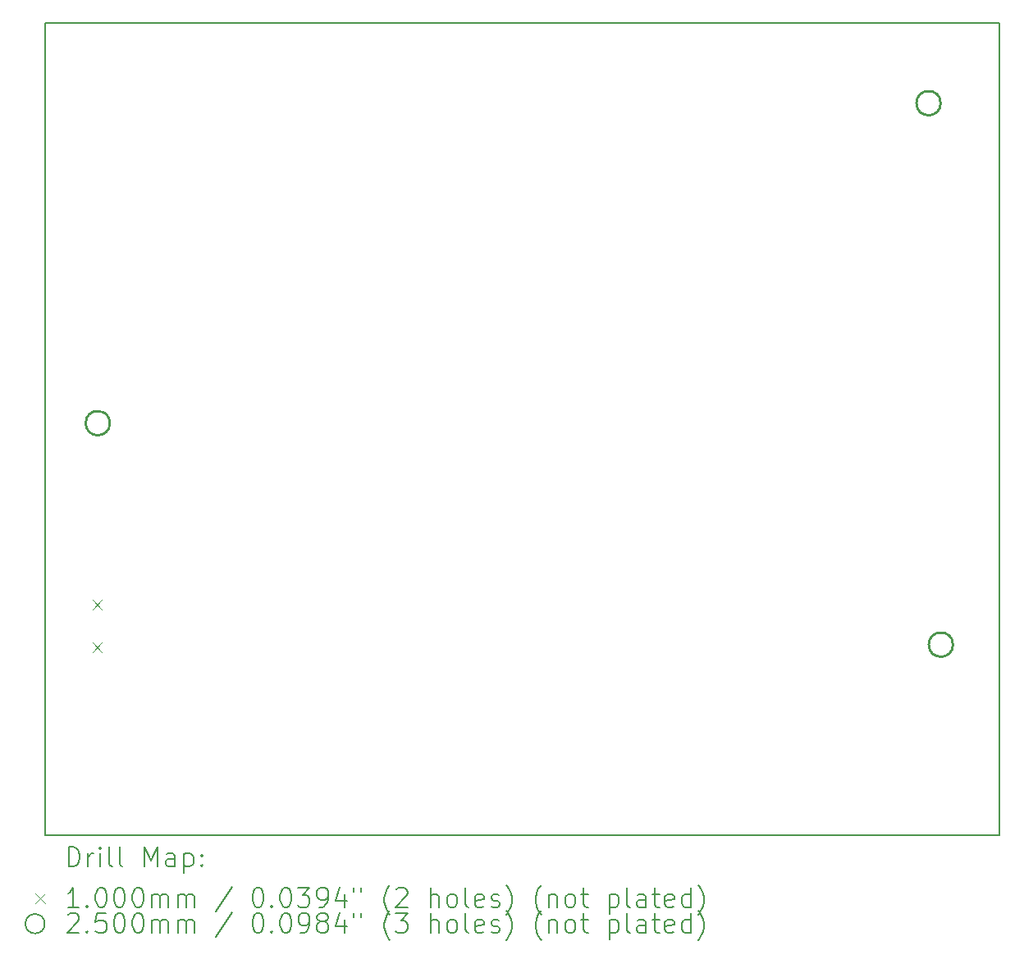
<source format=gbr>
%TF.GenerationSoftware,KiCad,Pcbnew,7.0.1*%
%TF.CreationDate,2023-04-20T16:53:54-06:00*%
%TF.ProjectId,Phase_B_UnoShield,50686173-655f-4425-9f55-6e6f53686965,rev?*%
%TF.SameCoordinates,Original*%
%TF.FileFunction,Drillmap*%
%TF.FilePolarity,Positive*%
%FSLAX45Y45*%
G04 Gerber Fmt 4.5, Leading zero omitted, Abs format (unit mm)*
G04 Created by KiCad (PCBNEW 7.0.1) date 2023-04-20 16:53:54*
%MOMM*%
%LPD*%
G01*
G04 APERTURE LIST*
%ADD10C,0.150000*%
%ADD11C,0.200000*%
%ADD12C,0.100000*%
%ADD13C,0.250000*%
G04 APERTURE END LIST*
D10*
X1809750Y-4191000D02*
X11652250Y-4191000D01*
X11652250Y-12573000D01*
X1809750Y-12573000D01*
X1809750Y-4191000D01*
D11*
D12*
X2293500Y-10143500D02*
X2393500Y-10243500D01*
X2393500Y-10143500D02*
X2293500Y-10243500D01*
X2293500Y-10583500D02*
X2393500Y-10683500D01*
X2393500Y-10583500D02*
X2293500Y-10683500D01*
D13*
X2474500Y-8318500D02*
G75*
G03*
X2474500Y-8318500I-125000J0D01*
G01*
X11047000Y-5016500D02*
G75*
G03*
X11047000Y-5016500I-125000J0D01*
G01*
X11174000Y-10604500D02*
G75*
G03*
X11174000Y-10604500I-125000J0D01*
G01*
D11*
X2049869Y-12893024D02*
X2049869Y-12693024D01*
X2049869Y-12693024D02*
X2097488Y-12693024D01*
X2097488Y-12693024D02*
X2126060Y-12702548D01*
X2126060Y-12702548D02*
X2145107Y-12721595D01*
X2145107Y-12721595D02*
X2154631Y-12740643D01*
X2154631Y-12740643D02*
X2164155Y-12778738D01*
X2164155Y-12778738D02*
X2164155Y-12807309D01*
X2164155Y-12807309D02*
X2154631Y-12845405D01*
X2154631Y-12845405D02*
X2145107Y-12864452D01*
X2145107Y-12864452D02*
X2126060Y-12883500D01*
X2126060Y-12883500D02*
X2097488Y-12893024D01*
X2097488Y-12893024D02*
X2049869Y-12893024D01*
X2249869Y-12893024D02*
X2249869Y-12759690D01*
X2249869Y-12797786D02*
X2259393Y-12778738D01*
X2259393Y-12778738D02*
X2268917Y-12769214D01*
X2268917Y-12769214D02*
X2287964Y-12759690D01*
X2287964Y-12759690D02*
X2307012Y-12759690D01*
X2373679Y-12893024D02*
X2373679Y-12759690D01*
X2373679Y-12693024D02*
X2364155Y-12702548D01*
X2364155Y-12702548D02*
X2373679Y-12712071D01*
X2373679Y-12712071D02*
X2383202Y-12702548D01*
X2383202Y-12702548D02*
X2373679Y-12693024D01*
X2373679Y-12693024D02*
X2373679Y-12712071D01*
X2497488Y-12893024D02*
X2478440Y-12883500D01*
X2478440Y-12883500D02*
X2468917Y-12864452D01*
X2468917Y-12864452D02*
X2468917Y-12693024D01*
X2602250Y-12893024D02*
X2583202Y-12883500D01*
X2583202Y-12883500D02*
X2573679Y-12864452D01*
X2573679Y-12864452D02*
X2573679Y-12693024D01*
X2830821Y-12893024D02*
X2830821Y-12693024D01*
X2830821Y-12693024D02*
X2897488Y-12835881D01*
X2897488Y-12835881D02*
X2964155Y-12693024D01*
X2964155Y-12693024D02*
X2964155Y-12893024D01*
X3145107Y-12893024D02*
X3145107Y-12788262D01*
X3145107Y-12788262D02*
X3135583Y-12769214D01*
X3135583Y-12769214D02*
X3116536Y-12759690D01*
X3116536Y-12759690D02*
X3078440Y-12759690D01*
X3078440Y-12759690D02*
X3059393Y-12769214D01*
X3145107Y-12883500D02*
X3126059Y-12893024D01*
X3126059Y-12893024D02*
X3078440Y-12893024D01*
X3078440Y-12893024D02*
X3059393Y-12883500D01*
X3059393Y-12883500D02*
X3049869Y-12864452D01*
X3049869Y-12864452D02*
X3049869Y-12845405D01*
X3049869Y-12845405D02*
X3059393Y-12826357D01*
X3059393Y-12826357D02*
X3078440Y-12816833D01*
X3078440Y-12816833D02*
X3126059Y-12816833D01*
X3126059Y-12816833D02*
X3145107Y-12807309D01*
X3240345Y-12759690D02*
X3240345Y-12959690D01*
X3240345Y-12769214D02*
X3259393Y-12759690D01*
X3259393Y-12759690D02*
X3297488Y-12759690D01*
X3297488Y-12759690D02*
X3316536Y-12769214D01*
X3316536Y-12769214D02*
X3326059Y-12778738D01*
X3326059Y-12778738D02*
X3335583Y-12797786D01*
X3335583Y-12797786D02*
X3335583Y-12854928D01*
X3335583Y-12854928D02*
X3326059Y-12873976D01*
X3326059Y-12873976D02*
X3316536Y-12883500D01*
X3316536Y-12883500D02*
X3297488Y-12893024D01*
X3297488Y-12893024D02*
X3259393Y-12893024D01*
X3259393Y-12893024D02*
X3240345Y-12883500D01*
X3421298Y-12873976D02*
X3430821Y-12883500D01*
X3430821Y-12883500D02*
X3421298Y-12893024D01*
X3421298Y-12893024D02*
X3411774Y-12883500D01*
X3411774Y-12883500D02*
X3421298Y-12873976D01*
X3421298Y-12873976D02*
X3421298Y-12893024D01*
X3421298Y-12769214D02*
X3430821Y-12778738D01*
X3430821Y-12778738D02*
X3421298Y-12788262D01*
X3421298Y-12788262D02*
X3411774Y-12778738D01*
X3411774Y-12778738D02*
X3421298Y-12769214D01*
X3421298Y-12769214D02*
X3421298Y-12788262D01*
D12*
X1702250Y-13170500D02*
X1802250Y-13270500D01*
X1802250Y-13170500D02*
X1702250Y-13270500D01*
D11*
X2154631Y-13313024D02*
X2040345Y-13313024D01*
X2097488Y-13313024D02*
X2097488Y-13113024D01*
X2097488Y-13113024D02*
X2078440Y-13141595D01*
X2078440Y-13141595D02*
X2059393Y-13160643D01*
X2059393Y-13160643D02*
X2040345Y-13170167D01*
X2240345Y-13293976D02*
X2249869Y-13303500D01*
X2249869Y-13303500D02*
X2240345Y-13313024D01*
X2240345Y-13313024D02*
X2230821Y-13303500D01*
X2230821Y-13303500D02*
X2240345Y-13293976D01*
X2240345Y-13293976D02*
X2240345Y-13313024D01*
X2373679Y-13113024D02*
X2392726Y-13113024D01*
X2392726Y-13113024D02*
X2411774Y-13122548D01*
X2411774Y-13122548D02*
X2421298Y-13132071D01*
X2421298Y-13132071D02*
X2430821Y-13151119D01*
X2430821Y-13151119D02*
X2440345Y-13189214D01*
X2440345Y-13189214D02*
X2440345Y-13236833D01*
X2440345Y-13236833D02*
X2430821Y-13274928D01*
X2430821Y-13274928D02*
X2421298Y-13293976D01*
X2421298Y-13293976D02*
X2411774Y-13303500D01*
X2411774Y-13303500D02*
X2392726Y-13313024D01*
X2392726Y-13313024D02*
X2373679Y-13313024D01*
X2373679Y-13313024D02*
X2354631Y-13303500D01*
X2354631Y-13303500D02*
X2345107Y-13293976D01*
X2345107Y-13293976D02*
X2335583Y-13274928D01*
X2335583Y-13274928D02*
X2326060Y-13236833D01*
X2326060Y-13236833D02*
X2326060Y-13189214D01*
X2326060Y-13189214D02*
X2335583Y-13151119D01*
X2335583Y-13151119D02*
X2345107Y-13132071D01*
X2345107Y-13132071D02*
X2354631Y-13122548D01*
X2354631Y-13122548D02*
X2373679Y-13113024D01*
X2564155Y-13113024D02*
X2583202Y-13113024D01*
X2583202Y-13113024D02*
X2602250Y-13122548D01*
X2602250Y-13122548D02*
X2611774Y-13132071D01*
X2611774Y-13132071D02*
X2621298Y-13151119D01*
X2621298Y-13151119D02*
X2630821Y-13189214D01*
X2630821Y-13189214D02*
X2630821Y-13236833D01*
X2630821Y-13236833D02*
X2621298Y-13274928D01*
X2621298Y-13274928D02*
X2611774Y-13293976D01*
X2611774Y-13293976D02*
X2602250Y-13303500D01*
X2602250Y-13303500D02*
X2583202Y-13313024D01*
X2583202Y-13313024D02*
X2564155Y-13313024D01*
X2564155Y-13313024D02*
X2545107Y-13303500D01*
X2545107Y-13303500D02*
X2535583Y-13293976D01*
X2535583Y-13293976D02*
X2526060Y-13274928D01*
X2526060Y-13274928D02*
X2516536Y-13236833D01*
X2516536Y-13236833D02*
X2516536Y-13189214D01*
X2516536Y-13189214D02*
X2526060Y-13151119D01*
X2526060Y-13151119D02*
X2535583Y-13132071D01*
X2535583Y-13132071D02*
X2545107Y-13122548D01*
X2545107Y-13122548D02*
X2564155Y-13113024D01*
X2754631Y-13113024D02*
X2773679Y-13113024D01*
X2773679Y-13113024D02*
X2792726Y-13122548D01*
X2792726Y-13122548D02*
X2802250Y-13132071D01*
X2802250Y-13132071D02*
X2811774Y-13151119D01*
X2811774Y-13151119D02*
X2821298Y-13189214D01*
X2821298Y-13189214D02*
X2821298Y-13236833D01*
X2821298Y-13236833D02*
X2811774Y-13274928D01*
X2811774Y-13274928D02*
X2802250Y-13293976D01*
X2802250Y-13293976D02*
X2792726Y-13303500D01*
X2792726Y-13303500D02*
X2773679Y-13313024D01*
X2773679Y-13313024D02*
X2754631Y-13313024D01*
X2754631Y-13313024D02*
X2735583Y-13303500D01*
X2735583Y-13303500D02*
X2726060Y-13293976D01*
X2726060Y-13293976D02*
X2716536Y-13274928D01*
X2716536Y-13274928D02*
X2707012Y-13236833D01*
X2707012Y-13236833D02*
X2707012Y-13189214D01*
X2707012Y-13189214D02*
X2716536Y-13151119D01*
X2716536Y-13151119D02*
X2726060Y-13132071D01*
X2726060Y-13132071D02*
X2735583Y-13122548D01*
X2735583Y-13122548D02*
X2754631Y-13113024D01*
X2907012Y-13313024D02*
X2907012Y-13179690D01*
X2907012Y-13198738D02*
X2916536Y-13189214D01*
X2916536Y-13189214D02*
X2935583Y-13179690D01*
X2935583Y-13179690D02*
X2964155Y-13179690D01*
X2964155Y-13179690D02*
X2983202Y-13189214D01*
X2983202Y-13189214D02*
X2992726Y-13208262D01*
X2992726Y-13208262D02*
X2992726Y-13313024D01*
X2992726Y-13208262D02*
X3002250Y-13189214D01*
X3002250Y-13189214D02*
X3021298Y-13179690D01*
X3021298Y-13179690D02*
X3049869Y-13179690D01*
X3049869Y-13179690D02*
X3068917Y-13189214D01*
X3068917Y-13189214D02*
X3078440Y-13208262D01*
X3078440Y-13208262D02*
X3078440Y-13313024D01*
X3173679Y-13313024D02*
X3173679Y-13179690D01*
X3173679Y-13198738D02*
X3183202Y-13189214D01*
X3183202Y-13189214D02*
X3202250Y-13179690D01*
X3202250Y-13179690D02*
X3230821Y-13179690D01*
X3230821Y-13179690D02*
X3249869Y-13189214D01*
X3249869Y-13189214D02*
X3259393Y-13208262D01*
X3259393Y-13208262D02*
X3259393Y-13313024D01*
X3259393Y-13208262D02*
X3268917Y-13189214D01*
X3268917Y-13189214D02*
X3287964Y-13179690D01*
X3287964Y-13179690D02*
X3316536Y-13179690D01*
X3316536Y-13179690D02*
X3335583Y-13189214D01*
X3335583Y-13189214D02*
X3345107Y-13208262D01*
X3345107Y-13208262D02*
X3345107Y-13313024D01*
X3735583Y-13103500D02*
X3564155Y-13360643D01*
X3992726Y-13113024D02*
X4011774Y-13113024D01*
X4011774Y-13113024D02*
X4030822Y-13122548D01*
X4030822Y-13122548D02*
X4040345Y-13132071D01*
X4040345Y-13132071D02*
X4049869Y-13151119D01*
X4049869Y-13151119D02*
X4059393Y-13189214D01*
X4059393Y-13189214D02*
X4059393Y-13236833D01*
X4059393Y-13236833D02*
X4049869Y-13274928D01*
X4049869Y-13274928D02*
X4040345Y-13293976D01*
X4040345Y-13293976D02*
X4030822Y-13303500D01*
X4030822Y-13303500D02*
X4011774Y-13313024D01*
X4011774Y-13313024D02*
X3992726Y-13313024D01*
X3992726Y-13313024D02*
X3973679Y-13303500D01*
X3973679Y-13303500D02*
X3964155Y-13293976D01*
X3964155Y-13293976D02*
X3954631Y-13274928D01*
X3954631Y-13274928D02*
X3945107Y-13236833D01*
X3945107Y-13236833D02*
X3945107Y-13189214D01*
X3945107Y-13189214D02*
X3954631Y-13151119D01*
X3954631Y-13151119D02*
X3964155Y-13132071D01*
X3964155Y-13132071D02*
X3973679Y-13122548D01*
X3973679Y-13122548D02*
X3992726Y-13113024D01*
X4145107Y-13293976D02*
X4154631Y-13303500D01*
X4154631Y-13303500D02*
X4145107Y-13313024D01*
X4145107Y-13313024D02*
X4135583Y-13303500D01*
X4135583Y-13303500D02*
X4145107Y-13293976D01*
X4145107Y-13293976D02*
X4145107Y-13313024D01*
X4278441Y-13113024D02*
X4297488Y-13113024D01*
X4297488Y-13113024D02*
X4316536Y-13122548D01*
X4316536Y-13122548D02*
X4326060Y-13132071D01*
X4326060Y-13132071D02*
X4335584Y-13151119D01*
X4335584Y-13151119D02*
X4345107Y-13189214D01*
X4345107Y-13189214D02*
X4345107Y-13236833D01*
X4345107Y-13236833D02*
X4335584Y-13274928D01*
X4335584Y-13274928D02*
X4326060Y-13293976D01*
X4326060Y-13293976D02*
X4316536Y-13303500D01*
X4316536Y-13303500D02*
X4297488Y-13313024D01*
X4297488Y-13313024D02*
X4278441Y-13313024D01*
X4278441Y-13313024D02*
X4259393Y-13303500D01*
X4259393Y-13303500D02*
X4249869Y-13293976D01*
X4249869Y-13293976D02*
X4240345Y-13274928D01*
X4240345Y-13274928D02*
X4230822Y-13236833D01*
X4230822Y-13236833D02*
X4230822Y-13189214D01*
X4230822Y-13189214D02*
X4240345Y-13151119D01*
X4240345Y-13151119D02*
X4249869Y-13132071D01*
X4249869Y-13132071D02*
X4259393Y-13122548D01*
X4259393Y-13122548D02*
X4278441Y-13113024D01*
X4411774Y-13113024D02*
X4535584Y-13113024D01*
X4535584Y-13113024D02*
X4468917Y-13189214D01*
X4468917Y-13189214D02*
X4497488Y-13189214D01*
X4497488Y-13189214D02*
X4516536Y-13198738D01*
X4516536Y-13198738D02*
X4526060Y-13208262D01*
X4526060Y-13208262D02*
X4535584Y-13227309D01*
X4535584Y-13227309D02*
X4535584Y-13274928D01*
X4535584Y-13274928D02*
X4526060Y-13293976D01*
X4526060Y-13293976D02*
X4516536Y-13303500D01*
X4516536Y-13303500D02*
X4497488Y-13313024D01*
X4497488Y-13313024D02*
X4440345Y-13313024D01*
X4440345Y-13313024D02*
X4421298Y-13303500D01*
X4421298Y-13303500D02*
X4411774Y-13293976D01*
X4630822Y-13313024D02*
X4668917Y-13313024D01*
X4668917Y-13313024D02*
X4687965Y-13303500D01*
X4687965Y-13303500D02*
X4697488Y-13293976D01*
X4697488Y-13293976D02*
X4716536Y-13265405D01*
X4716536Y-13265405D02*
X4726060Y-13227309D01*
X4726060Y-13227309D02*
X4726060Y-13151119D01*
X4726060Y-13151119D02*
X4716536Y-13132071D01*
X4716536Y-13132071D02*
X4707012Y-13122548D01*
X4707012Y-13122548D02*
X4687965Y-13113024D01*
X4687965Y-13113024D02*
X4649869Y-13113024D01*
X4649869Y-13113024D02*
X4630822Y-13122548D01*
X4630822Y-13122548D02*
X4621298Y-13132071D01*
X4621298Y-13132071D02*
X4611774Y-13151119D01*
X4611774Y-13151119D02*
X4611774Y-13198738D01*
X4611774Y-13198738D02*
X4621298Y-13217786D01*
X4621298Y-13217786D02*
X4630822Y-13227309D01*
X4630822Y-13227309D02*
X4649869Y-13236833D01*
X4649869Y-13236833D02*
X4687965Y-13236833D01*
X4687965Y-13236833D02*
X4707012Y-13227309D01*
X4707012Y-13227309D02*
X4716536Y-13217786D01*
X4716536Y-13217786D02*
X4726060Y-13198738D01*
X4897488Y-13179690D02*
X4897488Y-13313024D01*
X4849869Y-13103500D02*
X4802250Y-13246357D01*
X4802250Y-13246357D02*
X4926060Y-13246357D01*
X4992726Y-13113024D02*
X4992726Y-13151119D01*
X5068917Y-13113024D02*
X5068917Y-13151119D01*
X5364155Y-13389214D02*
X5354631Y-13379690D01*
X5354631Y-13379690D02*
X5335584Y-13351119D01*
X5335584Y-13351119D02*
X5326060Y-13332071D01*
X5326060Y-13332071D02*
X5316536Y-13303500D01*
X5316536Y-13303500D02*
X5307012Y-13255881D01*
X5307012Y-13255881D02*
X5307012Y-13217786D01*
X5307012Y-13217786D02*
X5316536Y-13170167D01*
X5316536Y-13170167D02*
X5326060Y-13141595D01*
X5326060Y-13141595D02*
X5335584Y-13122548D01*
X5335584Y-13122548D02*
X5354631Y-13093976D01*
X5354631Y-13093976D02*
X5364155Y-13084452D01*
X5430822Y-13132071D02*
X5440346Y-13122548D01*
X5440346Y-13122548D02*
X5459393Y-13113024D01*
X5459393Y-13113024D02*
X5507012Y-13113024D01*
X5507012Y-13113024D02*
X5526060Y-13122548D01*
X5526060Y-13122548D02*
X5535584Y-13132071D01*
X5535584Y-13132071D02*
X5545107Y-13151119D01*
X5545107Y-13151119D02*
X5545107Y-13170167D01*
X5545107Y-13170167D02*
X5535584Y-13198738D01*
X5535584Y-13198738D02*
X5421298Y-13313024D01*
X5421298Y-13313024D02*
X5545107Y-13313024D01*
X5783203Y-13313024D02*
X5783203Y-13113024D01*
X5868917Y-13313024D02*
X5868917Y-13208262D01*
X5868917Y-13208262D02*
X5859393Y-13189214D01*
X5859393Y-13189214D02*
X5840346Y-13179690D01*
X5840346Y-13179690D02*
X5811774Y-13179690D01*
X5811774Y-13179690D02*
X5792726Y-13189214D01*
X5792726Y-13189214D02*
X5783203Y-13198738D01*
X5992726Y-13313024D02*
X5973679Y-13303500D01*
X5973679Y-13303500D02*
X5964155Y-13293976D01*
X5964155Y-13293976D02*
X5954631Y-13274928D01*
X5954631Y-13274928D02*
X5954631Y-13217786D01*
X5954631Y-13217786D02*
X5964155Y-13198738D01*
X5964155Y-13198738D02*
X5973679Y-13189214D01*
X5973679Y-13189214D02*
X5992726Y-13179690D01*
X5992726Y-13179690D02*
X6021298Y-13179690D01*
X6021298Y-13179690D02*
X6040346Y-13189214D01*
X6040346Y-13189214D02*
X6049869Y-13198738D01*
X6049869Y-13198738D02*
X6059393Y-13217786D01*
X6059393Y-13217786D02*
X6059393Y-13274928D01*
X6059393Y-13274928D02*
X6049869Y-13293976D01*
X6049869Y-13293976D02*
X6040346Y-13303500D01*
X6040346Y-13303500D02*
X6021298Y-13313024D01*
X6021298Y-13313024D02*
X5992726Y-13313024D01*
X6173679Y-13313024D02*
X6154631Y-13303500D01*
X6154631Y-13303500D02*
X6145107Y-13284452D01*
X6145107Y-13284452D02*
X6145107Y-13113024D01*
X6326060Y-13303500D02*
X6307012Y-13313024D01*
X6307012Y-13313024D02*
X6268917Y-13313024D01*
X6268917Y-13313024D02*
X6249869Y-13303500D01*
X6249869Y-13303500D02*
X6240346Y-13284452D01*
X6240346Y-13284452D02*
X6240346Y-13208262D01*
X6240346Y-13208262D02*
X6249869Y-13189214D01*
X6249869Y-13189214D02*
X6268917Y-13179690D01*
X6268917Y-13179690D02*
X6307012Y-13179690D01*
X6307012Y-13179690D02*
X6326060Y-13189214D01*
X6326060Y-13189214D02*
X6335584Y-13208262D01*
X6335584Y-13208262D02*
X6335584Y-13227309D01*
X6335584Y-13227309D02*
X6240346Y-13246357D01*
X6411774Y-13303500D02*
X6430822Y-13313024D01*
X6430822Y-13313024D02*
X6468917Y-13313024D01*
X6468917Y-13313024D02*
X6487965Y-13303500D01*
X6487965Y-13303500D02*
X6497488Y-13284452D01*
X6497488Y-13284452D02*
X6497488Y-13274928D01*
X6497488Y-13274928D02*
X6487965Y-13255881D01*
X6487965Y-13255881D02*
X6468917Y-13246357D01*
X6468917Y-13246357D02*
X6440346Y-13246357D01*
X6440346Y-13246357D02*
X6421298Y-13236833D01*
X6421298Y-13236833D02*
X6411774Y-13217786D01*
X6411774Y-13217786D02*
X6411774Y-13208262D01*
X6411774Y-13208262D02*
X6421298Y-13189214D01*
X6421298Y-13189214D02*
X6440346Y-13179690D01*
X6440346Y-13179690D02*
X6468917Y-13179690D01*
X6468917Y-13179690D02*
X6487965Y-13189214D01*
X6564155Y-13389214D02*
X6573679Y-13379690D01*
X6573679Y-13379690D02*
X6592727Y-13351119D01*
X6592727Y-13351119D02*
X6602250Y-13332071D01*
X6602250Y-13332071D02*
X6611774Y-13303500D01*
X6611774Y-13303500D02*
X6621298Y-13255881D01*
X6621298Y-13255881D02*
X6621298Y-13217786D01*
X6621298Y-13217786D02*
X6611774Y-13170167D01*
X6611774Y-13170167D02*
X6602250Y-13141595D01*
X6602250Y-13141595D02*
X6592727Y-13122548D01*
X6592727Y-13122548D02*
X6573679Y-13093976D01*
X6573679Y-13093976D02*
X6564155Y-13084452D01*
X6926060Y-13389214D02*
X6916536Y-13379690D01*
X6916536Y-13379690D02*
X6897488Y-13351119D01*
X6897488Y-13351119D02*
X6887965Y-13332071D01*
X6887965Y-13332071D02*
X6878441Y-13303500D01*
X6878441Y-13303500D02*
X6868917Y-13255881D01*
X6868917Y-13255881D02*
X6868917Y-13217786D01*
X6868917Y-13217786D02*
X6878441Y-13170167D01*
X6878441Y-13170167D02*
X6887965Y-13141595D01*
X6887965Y-13141595D02*
X6897488Y-13122548D01*
X6897488Y-13122548D02*
X6916536Y-13093976D01*
X6916536Y-13093976D02*
X6926060Y-13084452D01*
X7002250Y-13179690D02*
X7002250Y-13313024D01*
X7002250Y-13198738D02*
X7011774Y-13189214D01*
X7011774Y-13189214D02*
X7030822Y-13179690D01*
X7030822Y-13179690D02*
X7059393Y-13179690D01*
X7059393Y-13179690D02*
X7078441Y-13189214D01*
X7078441Y-13189214D02*
X7087965Y-13208262D01*
X7087965Y-13208262D02*
X7087965Y-13313024D01*
X7211774Y-13313024D02*
X7192727Y-13303500D01*
X7192727Y-13303500D02*
X7183203Y-13293976D01*
X7183203Y-13293976D02*
X7173679Y-13274928D01*
X7173679Y-13274928D02*
X7173679Y-13217786D01*
X7173679Y-13217786D02*
X7183203Y-13198738D01*
X7183203Y-13198738D02*
X7192727Y-13189214D01*
X7192727Y-13189214D02*
X7211774Y-13179690D01*
X7211774Y-13179690D02*
X7240346Y-13179690D01*
X7240346Y-13179690D02*
X7259393Y-13189214D01*
X7259393Y-13189214D02*
X7268917Y-13198738D01*
X7268917Y-13198738D02*
X7278441Y-13217786D01*
X7278441Y-13217786D02*
X7278441Y-13274928D01*
X7278441Y-13274928D02*
X7268917Y-13293976D01*
X7268917Y-13293976D02*
X7259393Y-13303500D01*
X7259393Y-13303500D02*
X7240346Y-13313024D01*
X7240346Y-13313024D02*
X7211774Y-13313024D01*
X7335584Y-13179690D02*
X7411774Y-13179690D01*
X7364155Y-13113024D02*
X7364155Y-13284452D01*
X7364155Y-13284452D02*
X7373679Y-13303500D01*
X7373679Y-13303500D02*
X7392727Y-13313024D01*
X7392727Y-13313024D02*
X7411774Y-13313024D01*
X7630822Y-13179690D02*
X7630822Y-13379690D01*
X7630822Y-13189214D02*
X7649869Y-13179690D01*
X7649869Y-13179690D02*
X7687965Y-13179690D01*
X7687965Y-13179690D02*
X7707012Y-13189214D01*
X7707012Y-13189214D02*
X7716536Y-13198738D01*
X7716536Y-13198738D02*
X7726060Y-13217786D01*
X7726060Y-13217786D02*
X7726060Y-13274928D01*
X7726060Y-13274928D02*
X7716536Y-13293976D01*
X7716536Y-13293976D02*
X7707012Y-13303500D01*
X7707012Y-13303500D02*
X7687965Y-13313024D01*
X7687965Y-13313024D02*
X7649869Y-13313024D01*
X7649869Y-13313024D02*
X7630822Y-13303500D01*
X7840346Y-13313024D02*
X7821298Y-13303500D01*
X7821298Y-13303500D02*
X7811774Y-13284452D01*
X7811774Y-13284452D02*
X7811774Y-13113024D01*
X8002250Y-13313024D02*
X8002250Y-13208262D01*
X8002250Y-13208262D02*
X7992727Y-13189214D01*
X7992727Y-13189214D02*
X7973679Y-13179690D01*
X7973679Y-13179690D02*
X7935584Y-13179690D01*
X7935584Y-13179690D02*
X7916536Y-13189214D01*
X8002250Y-13303500D02*
X7983203Y-13313024D01*
X7983203Y-13313024D02*
X7935584Y-13313024D01*
X7935584Y-13313024D02*
X7916536Y-13303500D01*
X7916536Y-13303500D02*
X7907012Y-13284452D01*
X7907012Y-13284452D02*
X7907012Y-13265405D01*
X7907012Y-13265405D02*
X7916536Y-13246357D01*
X7916536Y-13246357D02*
X7935584Y-13236833D01*
X7935584Y-13236833D02*
X7983203Y-13236833D01*
X7983203Y-13236833D02*
X8002250Y-13227309D01*
X8068917Y-13179690D02*
X8145108Y-13179690D01*
X8097489Y-13113024D02*
X8097489Y-13284452D01*
X8097489Y-13284452D02*
X8107012Y-13303500D01*
X8107012Y-13303500D02*
X8126060Y-13313024D01*
X8126060Y-13313024D02*
X8145108Y-13313024D01*
X8287965Y-13303500D02*
X8268917Y-13313024D01*
X8268917Y-13313024D02*
X8230822Y-13313024D01*
X8230822Y-13313024D02*
X8211774Y-13303500D01*
X8211774Y-13303500D02*
X8202250Y-13284452D01*
X8202250Y-13284452D02*
X8202250Y-13208262D01*
X8202250Y-13208262D02*
X8211774Y-13189214D01*
X8211774Y-13189214D02*
X8230822Y-13179690D01*
X8230822Y-13179690D02*
X8268917Y-13179690D01*
X8268917Y-13179690D02*
X8287965Y-13189214D01*
X8287965Y-13189214D02*
X8297489Y-13208262D01*
X8297489Y-13208262D02*
X8297489Y-13227309D01*
X8297489Y-13227309D02*
X8202250Y-13246357D01*
X8468917Y-13313024D02*
X8468917Y-13113024D01*
X8468917Y-13303500D02*
X8449870Y-13313024D01*
X8449870Y-13313024D02*
X8411774Y-13313024D01*
X8411774Y-13313024D02*
X8392727Y-13303500D01*
X8392727Y-13303500D02*
X8383203Y-13293976D01*
X8383203Y-13293976D02*
X8373679Y-13274928D01*
X8373679Y-13274928D02*
X8373679Y-13217786D01*
X8373679Y-13217786D02*
X8383203Y-13198738D01*
X8383203Y-13198738D02*
X8392727Y-13189214D01*
X8392727Y-13189214D02*
X8411774Y-13179690D01*
X8411774Y-13179690D02*
X8449870Y-13179690D01*
X8449870Y-13179690D02*
X8468917Y-13189214D01*
X8545108Y-13389214D02*
X8554632Y-13379690D01*
X8554632Y-13379690D02*
X8573679Y-13351119D01*
X8573679Y-13351119D02*
X8583203Y-13332071D01*
X8583203Y-13332071D02*
X8592727Y-13303500D01*
X8592727Y-13303500D02*
X8602251Y-13255881D01*
X8602251Y-13255881D02*
X8602251Y-13217786D01*
X8602251Y-13217786D02*
X8592727Y-13170167D01*
X8592727Y-13170167D02*
X8583203Y-13141595D01*
X8583203Y-13141595D02*
X8573679Y-13122548D01*
X8573679Y-13122548D02*
X8554632Y-13093976D01*
X8554632Y-13093976D02*
X8545108Y-13084452D01*
X1802250Y-13484500D02*
G75*
G03*
X1802250Y-13484500I-100000J0D01*
G01*
X2040345Y-13396071D02*
X2049869Y-13386548D01*
X2049869Y-13386548D02*
X2068917Y-13377024D01*
X2068917Y-13377024D02*
X2116536Y-13377024D01*
X2116536Y-13377024D02*
X2135583Y-13386548D01*
X2135583Y-13386548D02*
X2145107Y-13396071D01*
X2145107Y-13396071D02*
X2154631Y-13415119D01*
X2154631Y-13415119D02*
X2154631Y-13434167D01*
X2154631Y-13434167D02*
X2145107Y-13462738D01*
X2145107Y-13462738D02*
X2030821Y-13577024D01*
X2030821Y-13577024D02*
X2154631Y-13577024D01*
X2240345Y-13557976D02*
X2249869Y-13567500D01*
X2249869Y-13567500D02*
X2240345Y-13577024D01*
X2240345Y-13577024D02*
X2230821Y-13567500D01*
X2230821Y-13567500D02*
X2240345Y-13557976D01*
X2240345Y-13557976D02*
X2240345Y-13577024D01*
X2430821Y-13377024D02*
X2335583Y-13377024D01*
X2335583Y-13377024D02*
X2326060Y-13472262D01*
X2326060Y-13472262D02*
X2335583Y-13462738D01*
X2335583Y-13462738D02*
X2354631Y-13453214D01*
X2354631Y-13453214D02*
X2402250Y-13453214D01*
X2402250Y-13453214D02*
X2421298Y-13462738D01*
X2421298Y-13462738D02*
X2430821Y-13472262D01*
X2430821Y-13472262D02*
X2440345Y-13491309D01*
X2440345Y-13491309D02*
X2440345Y-13538928D01*
X2440345Y-13538928D02*
X2430821Y-13557976D01*
X2430821Y-13557976D02*
X2421298Y-13567500D01*
X2421298Y-13567500D02*
X2402250Y-13577024D01*
X2402250Y-13577024D02*
X2354631Y-13577024D01*
X2354631Y-13577024D02*
X2335583Y-13567500D01*
X2335583Y-13567500D02*
X2326060Y-13557976D01*
X2564155Y-13377024D02*
X2583202Y-13377024D01*
X2583202Y-13377024D02*
X2602250Y-13386548D01*
X2602250Y-13386548D02*
X2611774Y-13396071D01*
X2611774Y-13396071D02*
X2621298Y-13415119D01*
X2621298Y-13415119D02*
X2630821Y-13453214D01*
X2630821Y-13453214D02*
X2630821Y-13500833D01*
X2630821Y-13500833D02*
X2621298Y-13538928D01*
X2621298Y-13538928D02*
X2611774Y-13557976D01*
X2611774Y-13557976D02*
X2602250Y-13567500D01*
X2602250Y-13567500D02*
X2583202Y-13577024D01*
X2583202Y-13577024D02*
X2564155Y-13577024D01*
X2564155Y-13577024D02*
X2545107Y-13567500D01*
X2545107Y-13567500D02*
X2535583Y-13557976D01*
X2535583Y-13557976D02*
X2526060Y-13538928D01*
X2526060Y-13538928D02*
X2516536Y-13500833D01*
X2516536Y-13500833D02*
X2516536Y-13453214D01*
X2516536Y-13453214D02*
X2526060Y-13415119D01*
X2526060Y-13415119D02*
X2535583Y-13396071D01*
X2535583Y-13396071D02*
X2545107Y-13386548D01*
X2545107Y-13386548D02*
X2564155Y-13377024D01*
X2754631Y-13377024D02*
X2773679Y-13377024D01*
X2773679Y-13377024D02*
X2792726Y-13386548D01*
X2792726Y-13386548D02*
X2802250Y-13396071D01*
X2802250Y-13396071D02*
X2811774Y-13415119D01*
X2811774Y-13415119D02*
X2821298Y-13453214D01*
X2821298Y-13453214D02*
X2821298Y-13500833D01*
X2821298Y-13500833D02*
X2811774Y-13538928D01*
X2811774Y-13538928D02*
X2802250Y-13557976D01*
X2802250Y-13557976D02*
X2792726Y-13567500D01*
X2792726Y-13567500D02*
X2773679Y-13577024D01*
X2773679Y-13577024D02*
X2754631Y-13577024D01*
X2754631Y-13577024D02*
X2735583Y-13567500D01*
X2735583Y-13567500D02*
X2726060Y-13557976D01*
X2726060Y-13557976D02*
X2716536Y-13538928D01*
X2716536Y-13538928D02*
X2707012Y-13500833D01*
X2707012Y-13500833D02*
X2707012Y-13453214D01*
X2707012Y-13453214D02*
X2716536Y-13415119D01*
X2716536Y-13415119D02*
X2726060Y-13396071D01*
X2726060Y-13396071D02*
X2735583Y-13386548D01*
X2735583Y-13386548D02*
X2754631Y-13377024D01*
X2907012Y-13577024D02*
X2907012Y-13443690D01*
X2907012Y-13462738D02*
X2916536Y-13453214D01*
X2916536Y-13453214D02*
X2935583Y-13443690D01*
X2935583Y-13443690D02*
X2964155Y-13443690D01*
X2964155Y-13443690D02*
X2983202Y-13453214D01*
X2983202Y-13453214D02*
X2992726Y-13472262D01*
X2992726Y-13472262D02*
X2992726Y-13577024D01*
X2992726Y-13472262D02*
X3002250Y-13453214D01*
X3002250Y-13453214D02*
X3021298Y-13443690D01*
X3021298Y-13443690D02*
X3049869Y-13443690D01*
X3049869Y-13443690D02*
X3068917Y-13453214D01*
X3068917Y-13453214D02*
X3078440Y-13472262D01*
X3078440Y-13472262D02*
X3078440Y-13577024D01*
X3173679Y-13577024D02*
X3173679Y-13443690D01*
X3173679Y-13462738D02*
X3183202Y-13453214D01*
X3183202Y-13453214D02*
X3202250Y-13443690D01*
X3202250Y-13443690D02*
X3230821Y-13443690D01*
X3230821Y-13443690D02*
X3249869Y-13453214D01*
X3249869Y-13453214D02*
X3259393Y-13472262D01*
X3259393Y-13472262D02*
X3259393Y-13577024D01*
X3259393Y-13472262D02*
X3268917Y-13453214D01*
X3268917Y-13453214D02*
X3287964Y-13443690D01*
X3287964Y-13443690D02*
X3316536Y-13443690D01*
X3316536Y-13443690D02*
X3335583Y-13453214D01*
X3335583Y-13453214D02*
X3345107Y-13472262D01*
X3345107Y-13472262D02*
X3345107Y-13577024D01*
X3735583Y-13367500D02*
X3564155Y-13624643D01*
X3992726Y-13377024D02*
X4011774Y-13377024D01*
X4011774Y-13377024D02*
X4030822Y-13386548D01*
X4030822Y-13386548D02*
X4040345Y-13396071D01*
X4040345Y-13396071D02*
X4049869Y-13415119D01*
X4049869Y-13415119D02*
X4059393Y-13453214D01*
X4059393Y-13453214D02*
X4059393Y-13500833D01*
X4059393Y-13500833D02*
X4049869Y-13538928D01*
X4049869Y-13538928D02*
X4040345Y-13557976D01*
X4040345Y-13557976D02*
X4030822Y-13567500D01*
X4030822Y-13567500D02*
X4011774Y-13577024D01*
X4011774Y-13577024D02*
X3992726Y-13577024D01*
X3992726Y-13577024D02*
X3973679Y-13567500D01*
X3973679Y-13567500D02*
X3964155Y-13557976D01*
X3964155Y-13557976D02*
X3954631Y-13538928D01*
X3954631Y-13538928D02*
X3945107Y-13500833D01*
X3945107Y-13500833D02*
X3945107Y-13453214D01*
X3945107Y-13453214D02*
X3954631Y-13415119D01*
X3954631Y-13415119D02*
X3964155Y-13396071D01*
X3964155Y-13396071D02*
X3973679Y-13386548D01*
X3973679Y-13386548D02*
X3992726Y-13377024D01*
X4145107Y-13557976D02*
X4154631Y-13567500D01*
X4154631Y-13567500D02*
X4145107Y-13577024D01*
X4145107Y-13577024D02*
X4135583Y-13567500D01*
X4135583Y-13567500D02*
X4145107Y-13557976D01*
X4145107Y-13557976D02*
X4145107Y-13577024D01*
X4278441Y-13377024D02*
X4297488Y-13377024D01*
X4297488Y-13377024D02*
X4316536Y-13386548D01*
X4316536Y-13386548D02*
X4326060Y-13396071D01*
X4326060Y-13396071D02*
X4335584Y-13415119D01*
X4335584Y-13415119D02*
X4345107Y-13453214D01*
X4345107Y-13453214D02*
X4345107Y-13500833D01*
X4345107Y-13500833D02*
X4335584Y-13538928D01*
X4335584Y-13538928D02*
X4326060Y-13557976D01*
X4326060Y-13557976D02*
X4316536Y-13567500D01*
X4316536Y-13567500D02*
X4297488Y-13577024D01*
X4297488Y-13577024D02*
X4278441Y-13577024D01*
X4278441Y-13577024D02*
X4259393Y-13567500D01*
X4259393Y-13567500D02*
X4249869Y-13557976D01*
X4249869Y-13557976D02*
X4240345Y-13538928D01*
X4240345Y-13538928D02*
X4230822Y-13500833D01*
X4230822Y-13500833D02*
X4230822Y-13453214D01*
X4230822Y-13453214D02*
X4240345Y-13415119D01*
X4240345Y-13415119D02*
X4249869Y-13396071D01*
X4249869Y-13396071D02*
X4259393Y-13386548D01*
X4259393Y-13386548D02*
X4278441Y-13377024D01*
X4440345Y-13577024D02*
X4478441Y-13577024D01*
X4478441Y-13577024D02*
X4497488Y-13567500D01*
X4497488Y-13567500D02*
X4507012Y-13557976D01*
X4507012Y-13557976D02*
X4526060Y-13529405D01*
X4526060Y-13529405D02*
X4535584Y-13491309D01*
X4535584Y-13491309D02*
X4535584Y-13415119D01*
X4535584Y-13415119D02*
X4526060Y-13396071D01*
X4526060Y-13396071D02*
X4516536Y-13386548D01*
X4516536Y-13386548D02*
X4497488Y-13377024D01*
X4497488Y-13377024D02*
X4459393Y-13377024D01*
X4459393Y-13377024D02*
X4440345Y-13386548D01*
X4440345Y-13386548D02*
X4430822Y-13396071D01*
X4430822Y-13396071D02*
X4421298Y-13415119D01*
X4421298Y-13415119D02*
X4421298Y-13462738D01*
X4421298Y-13462738D02*
X4430822Y-13481786D01*
X4430822Y-13481786D02*
X4440345Y-13491309D01*
X4440345Y-13491309D02*
X4459393Y-13500833D01*
X4459393Y-13500833D02*
X4497488Y-13500833D01*
X4497488Y-13500833D02*
X4516536Y-13491309D01*
X4516536Y-13491309D02*
X4526060Y-13481786D01*
X4526060Y-13481786D02*
X4535584Y-13462738D01*
X4649869Y-13462738D02*
X4630822Y-13453214D01*
X4630822Y-13453214D02*
X4621298Y-13443690D01*
X4621298Y-13443690D02*
X4611774Y-13424643D01*
X4611774Y-13424643D02*
X4611774Y-13415119D01*
X4611774Y-13415119D02*
X4621298Y-13396071D01*
X4621298Y-13396071D02*
X4630822Y-13386548D01*
X4630822Y-13386548D02*
X4649869Y-13377024D01*
X4649869Y-13377024D02*
X4687965Y-13377024D01*
X4687965Y-13377024D02*
X4707012Y-13386548D01*
X4707012Y-13386548D02*
X4716536Y-13396071D01*
X4716536Y-13396071D02*
X4726060Y-13415119D01*
X4726060Y-13415119D02*
X4726060Y-13424643D01*
X4726060Y-13424643D02*
X4716536Y-13443690D01*
X4716536Y-13443690D02*
X4707012Y-13453214D01*
X4707012Y-13453214D02*
X4687965Y-13462738D01*
X4687965Y-13462738D02*
X4649869Y-13462738D01*
X4649869Y-13462738D02*
X4630822Y-13472262D01*
X4630822Y-13472262D02*
X4621298Y-13481786D01*
X4621298Y-13481786D02*
X4611774Y-13500833D01*
X4611774Y-13500833D02*
X4611774Y-13538928D01*
X4611774Y-13538928D02*
X4621298Y-13557976D01*
X4621298Y-13557976D02*
X4630822Y-13567500D01*
X4630822Y-13567500D02*
X4649869Y-13577024D01*
X4649869Y-13577024D02*
X4687965Y-13577024D01*
X4687965Y-13577024D02*
X4707012Y-13567500D01*
X4707012Y-13567500D02*
X4716536Y-13557976D01*
X4716536Y-13557976D02*
X4726060Y-13538928D01*
X4726060Y-13538928D02*
X4726060Y-13500833D01*
X4726060Y-13500833D02*
X4716536Y-13481786D01*
X4716536Y-13481786D02*
X4707012Y-13472262D01*
X4707012Y-13472262D02*
X4687965Y-13462738D01*
X4897488Y-13443690D02*
X4897488Y-13577024D01*
X4849869Y-13367500D02*
X4802250Y-13510357D01*
X4802250Y-13510357D02*
X4926060Y-13510357D01*
X4992726Y-13377024D02*
X4992726Y-13415119D01*
X5068917Y-13377024D02*
X5068917Y-13415119D01*
X5364155Y-13653214D02*
X5354631Y-13643690D01*
X5354631Y-13643690D02*
X5335584Y-13615119D01*
X5335584Y-13615119D02*
X5326060Y-13596071D01*
X5326060Y-13596071D02*
X5316536Y-13567500D01*
X5316536Y-13567500D02*
X5307012Y-13519881D01*
X5307012Y-13519881D02*
X5307012Y-13481786D01*
X5307012Y-13481786D02*
X5316536Y-13434167D01*
X5316536Y-13434167D02*
X5326060Y-13405595D01*
X5326060Y-13405595D02*
X5335584Y-13386548D01*
X5335584Y-13386548D02*
X5354631Y-13357976D01*
X5354631Y-13357976D02*
X5364155Y-13348452D01*
X5421298Y-13377024D02*
X5545107Y-13377024D01*
X5545107Y-13377024D02*
X5478441Y-13453214D01*
X5478441Y-13453214D02*
X5507012Y-13453214D01*
X5507012Y-13453214D02*
X5526060Y-13462738D01*
X5526060Y-13462738D02*
X5535584Y-13472262D01*
X5535584Y-13472262D02*
X5545107Y-13491309D01*
X5545107Y-13491309D02*
X5545107Y-13538928D01*
X5545107Y-13538928D02*
X5535584Y-13557976D01*
X5535584Y-13557976D02*
X5526060Y-13567500D01*
X5526060Y-13567500D02*
X5507012Y-13577024D01*
X5507012Y-13577024D02*
X5449869Y-13577024D01*
X5449869Y-13577024D02*
X5430822Y-13567500D01*
X5430822Y-13567500D02*
X5421298Y-13557976D01*
X5783203Y-13577024D02*
X5783203Y-13377024D01*
X5868917Y-13577024D02*
X5868917Y-13472262D01*
X5868917Y-13472262D02*
X5859393Y-13453214D01*
X5859393Y-13453214D02*
X5840346Y-13443690D01*
X5840346Y-13443690D02*
X5811774Y-13443690D01*
X5811774Y-13443690D02*
X5792726Y-13453214D01*
X5792726Y-13453214D02*
X5783203Y-13462738D01*
X5992726Y-13577024D02*
X5973679Y-13567500D01*
X5973679Y-13567500D02*
X5964155Y-13557976D01*
X5964155Y-13557976D02*
X5954631Y-13538928D01*
X5954631Y-13538928D02*
X5954631Y-13481786D01*
X5954631Y-13481786D02*
X5964155Y-13462738D01*
X5964155Y-13462738D02*
X5973679Y-13453214D01*
X5973679Y-13453214D02*
X5992726Y-13443690D01*
X5992726Y-13443690D02*
X6021298Y-13443690D01*
X6021298Y-13443690D02*
X6040346Y-13453214D01*
X6040346Y-13453214D02*
X6049869Y-13462738D01*
X6049869Y-13462738D02*
X6059393Y-13481786D01*
X6059393Y-13481786D02*
X6059393Y-13538928D01*
X6059393Y-13538928D02*
X6049869Y-13557976D01*
X6049869Y-13557976D02*
X6040346Y-13567500D01*
X6040346Y-13567500D02*
X6021298Y-13577024D01*
X6021298Y-13577024D02*
X5992726Y-13577024D01*
X6173679Y-13577024D02*
X6154631Y-13567500D01*
X6154631Y-13567500D02*
X6145107Y-13548452D01*
X6145107Y-13548452D02*
X6145107Y-13377024D01*
X6326060Y-13567500D02*
X6307012Y-13577024D01*
X6307012Y-13577024D02*
X6268917Y-13577024D01*
X6268917Y-13577024D02*
X6249869Y-13567500D01*
X6249869Y-13567500D02*
X6240346Y-13548452D01*
X6240346Y-13548452D02*
X6240346Y-13472262D01*
X6240346Y-13472262D02*
X6249869Y-13453214D01*
X6249869Y-13453214D02*
X6268917Y-13443690D01*
X6268917Y-13443690D02*
X6307012Y-13443690D01*
X6307012Y-13443690D02*
X6326060Y-13453214D01*
X6326060Y-13453214D02*
X6335584Y-13472262D01*
X6335584Y-13472262D02*
X6335584Y-13491309D01*
X6335584Y-13491309D02*
X6240346Y-13510357D01*
X6411774Y-13567500D02*
X6430822Y-13577024D01*
X6430822Y-13577024D02*
X6468917Y-13577024D01*
X6468917Y-13577024D02*
X6487965Y-13567500D01*
X6487965Y-13567500D02*
X6497488Y-13548452D01*
X6497488Y-13548452D02*
X6497488Y-13538928D01*
X6497488Y-13538928D02*
X6487965Y-13519881D01*
X6487965Y-13519881D02*
X6468917Y-13510357D01*
X6468917Y-13510357D02*
X6440346Y-13510357D01*
X6440346Y-13510357D02*
X6421298Y-13500833D01*
X6421298Y-13500833D02*
X6411774Y-13481786D01*
X6411774Y-13481786D02*
X6411774Y-13472262D01*
X6411774Y-13472262D02*
X6421298Y-13453214D01*
X6421298Y-13453214D02*
X6440346Y-13443690D01*
X6440346Y-13443690D02*
X6468917Y-13443690D01*
X6468917Y-13443690D02*
X6487965Y-13453214D01*
X6564155Y-13653214D02*
X6573679Y-13643690D01*
X6573679Y-13643690D02*
X6592727Y-13615119D01*
X6592727Y-13615119D02*
X6602250Y-13596071D01*
X6602250Y-13596071D02*
X6611774Y-13567500D01*
X6611774Y-13567500D02*
X6621298Y-13519881D01*
X6621298Y-13519881D02*
X6621298Y-13481786D01*
X6621298Y-13481786D02*
X6611774Y-13434167D01*
X6611774Y-13434167D02*
X6602250Y-13405595D01*
X6602250Y-13405595D02*
X6592727Y-13386548D01*
X6592727Y-13386548D02*
X6573679Y-13357976D01*
X6573679Y-13357976D02*
X6564155Y-13348452D01*
X6926060Y-13653214D02*
X6916536Y-13643690D01*
X6916536Y-13643690D02*
X6897488Y-13615119D01*
X6897488Y-13615119D02*
X6887965Y-13596071D01*
X6887965Y-13596071D02*
X6878441Y-13567500D01*
X6878441Y-13567500D02*
X6868917Y-13519881D01*
X6868917Y-13519881D02*
X6868917Y-13481786D01*
X6868917Y-13481786D02*
X6878441Y-13434167D01*
X6878441Y-13434167D02*
X6887965Y-13405595D01*
X6887965Y-13405595D02*
X6897488Y-13386548D01*
X6897488Y-13386548D02*
X6916536Y-13357976D01*
X6916536Y-13357976D02*
X6926060Y-13348452D01*
X7002250Y-13443690D02*
X7002250Y-13577024D01*
X7002250Y-13462738D02*
X7011774Y-13453214D01*
X7011774Y-13453214D02*
X7030822Y-13443690D01*
X7030822Y-13443690D02*
X7059393Y-13443690D01*
X7059393Y-13443690D02*
X7078441Y-13453214D01*
X7078441Y-13453214D02*
X7087965Y-13472262D01*
X7087965Y-13472262D02*
X7087965Y-13577024D01*
X7211774Y-13577024D02*
X7192727Y-13567500D01*
X7192727Y-13567500D02*
X7183203Y-13557976D01*
X7183203Y-13557976D02*
X7173679Y-13538928D01*
X7173679Y-13538928D02*
X7173679Y-13481786D01*
X7173679Y-13481786D02*
X7183203Y-13462738D01*
X7183203Y-13462738D02*
X7192727Y-13453214D01*
X7192727Y-13453214D02*
X7211774Y-13443690D01*
X7211774Y-13443690D02*
X7240346Y-13443690D01*
X7240346Y-13443690D02*
X7259393Y-13453214D01*
X7259393Y-13453214D02*
X7268917Y-13462738D01*
X7268917Y-13462738D02*
X7278441Y-13481786D01*
X7278441Y-13481786D02*
X7278441Y-13538928D01*
X7278441Y-13538928D02*
X7268917Y-13557976D01*
X7268917Y-13557976D02*
X7259393Y-13567500D01*
X7259393Y-13567500D02*
X7240346Y-13577024D01*
X7240346Y-13577024D02*
X7211774Y-13577024D01*
X7335584Y-13443690D02*
X7411774Y-13443690D01*
X7364155Y-13377024D02*
X7364155Y-13548452D01*
X7364155Y-13548452D02*
X7373679Y-13567500D01*
X7373679Y-13567500D02*
X7392727Y-13577024D01*
X7392727Y-13577024D02*
X7411774Y-13577024D01*
X7630822Y-13443690D02*
X7630822Y-13643690D01*
X7630822Y-13453214D02*
X7649869Y-13443690D01*
X7649869Y-13443690D02*
X7687965Y-13443690D01*
X7687965Y-13443690D02*
X7707012Y-13453214D01*
X7707012Y-13453214D02*
X7716536Y-13462738D01*
X7716536Y-13462738D02*
X7726060Y-13481786D01*
X7726060Y-13481786D02*
X7726060Y-13538928D01*
X7726060Y-13538928D02*
X7716536Y-13557976D01*
X7716536Y-13557976D02*
X7707012Y-13567500D01*
X7707012Y-13567500D02*
X7687965Y-13577024D01*
X7687965Y-13577024D02*
X7649869Y-13577024D01*
X7649869Y-13577024D02*
X7630822Y-13567500D01*
X7840346Y-13577024D02*
X7821298Y-13567500D01*
X7821298Y-13567500D02*
X7811774Y-13548452D01*
X7811774Y-13548452D02*
X7811774Y-13377024D01*
X8002250Y-13577024D02*
X8002250Y-13472262D01*
X8002250Y-13472262D02*
X7992727Y-13453214D01*
X7992727Y-13453214D02*
X7973679Y-13443690D01*
X7973679Y-13443690D02*
X7935584Y-13443690D01*
X7935584Y-13443690D02*
X7916536Y-13453214D01*
X8002250Y-13567500D02*
X7983203Y-13577024D01*
X7983203Y-13577024D02*
X7935584Y-13577024D01*
X7935584Y-13577024D02*
X7916536Y-13567500D01*
X7916536Y-13567500D02*
X7907012Y-13548452D01*
X7907012Y-13548452D02*
X7907012Y-13529405D01*
X7907012Y-13529405D02*
X7916536Y-13510357D01*
X7916536Y-13510357D02*
X7935584Y-13500833D01*
X7935584Y-13500833D02*
X7983203Y-13500833D01*
X7983203Y-13500833D02*
X8002250Y-13491309D01*
X8068917Y-13443690D02*
X8145108Y-13443690D01*
X8097489Y-13377024D02*
X8097489Y-13548452D01*
X8097489Y-13548452D02*
X8107012Y-13567500D01*
X8107012Y-13567500D02*
X8126060Y-13577024D01*
X8126060Y-13577024D02*
X8145108Y-13577024D01*
X8287965Y-13567500D02*
X8268917Y-13577024D01*
X8268917Y-13577024D02*
X8230822Y-13577024D01*
X8230822Y-13577024D02*
X8211774Y-13567500D01*
X8211774Y-13567500D02*
X8202250Y-13548452D01*
X8202250Y-13548452D02*
X8202250Y-13472262D01*
X8202250Y-13472262D02*
X8211774Y-13453214D01*
X8211774Y-13453214D02*
X8230822Y-13443690D01*
X8230822Y-13443690D02*
X8268917Y-13443690D01*
X8268917Y-13443690D02*
X8287965Y-13453214D01*
X8287965Y-13453214D02*
X8297489Y-13472262D01*
X8297489Y-13472262D02*
X8297489Y-13491309D01*
X8297489Y-13491309D02*
X8202250Y-13510357D01*
X8468917Y-13577024D02*
X8468917Y-13377024D01*
X8468917Y-13567500D02*
X8449870Y-13577024D01*
X8449870Y-13577024D02*
X8411774Y-13577024D01*
X8411774Y-13577024D02*
X8392727Y-13567500D01*
X8392727Y-13567500D02*
X8383203Y-13557976D01*
X8383203Y-13557976D02*
X8373679Y-13538928D01*
X8373679Y-13538928D02*
X8373679Y-13481786D01*
X8373679Y-13481786D02*
X8383203Y-13462738D01*
X8383203Y-13462738D02*
X8392727Y-13453214D01*
X8392727Y-13453214D02*
X8411774Y-13443690D01*
X8411774Y-13443690D02*
X8449870Y-13443690D01*
X8449870Y-13443690D02*
X8468917Y-13453214D01*
X8545108Y-13653214D02*
X8554632Y-13643690D01*
X8554632Y-13643690D02*
X8573679Y-13615119D01*
X8573679Y-13615119D02*
X8583203Y-13596071D01*
X8583203Y-13596071D02*
X8592727Y-13567500D01*
X8592727Y-13567500D02*
X8602251Y-13519881D01*
X8602251Y-13519881D02*
X8602251Y-13481786D01*
X8602251Y-13481786D02*
X8592727Y-13434167D01*
X8592727Y-13434167D02*
X8583203Y-13405595D01*
X8583203Y-13405595D02*
X8573679Y-13386548D01*
X8573679Y-13386548D02*
X8554632Y-13357976D01*
X8554632Y-13357976D02*
X8545108Y-13348452D01*
M02*

</source>
